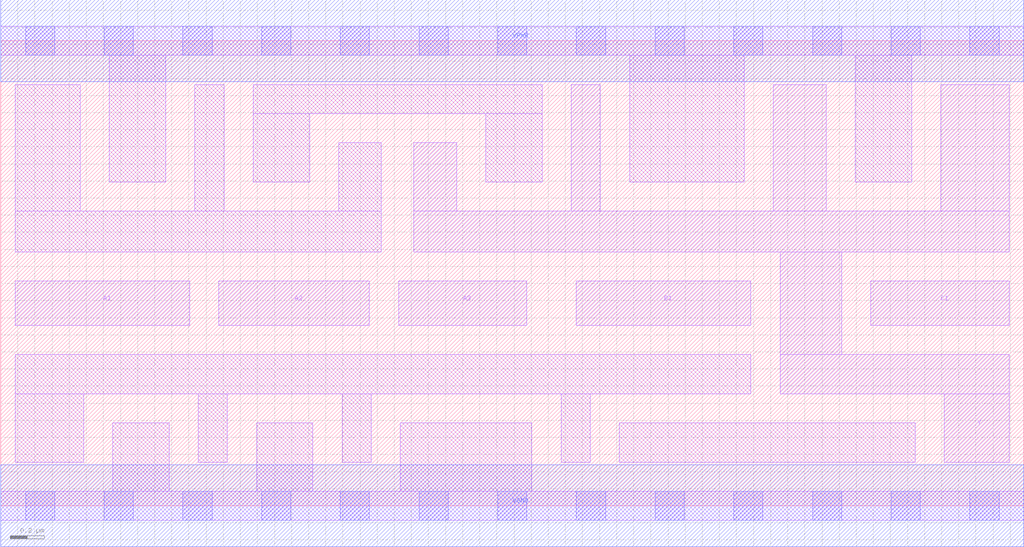
<source format=lef>
# Copyright 2020 The SkyWater PDK Authors
#
# Licensed under the Apache License, Version 2.0 (the "License");
# you may not use this file except in compliance with the License.
# You may obtain a copy of the License at
#
#     https://www.apache.org/licenses/LICENSE-2.0
#
# Unless required by applicable law or agreed to in writing, software
# distributed under the License is distributed on an "AS IS" BASIS,
# WITHOUT WARRANTIES OR CONDITIONS OF ANY KIND, either express or implied.
# See the License for the specific language governing permissions and
# limitations under the License.
#
# SPDX-License-Identifier: Apache-2.0

VERSION 5.7 ;
  NAMESCASESENSITIVE ON ;
  NOWIREEXTENSIONATPIN ON ;
  DIVIDERCHAR "/" ;
  BUSBITCHARS "[]" ;
UNITS
  DATABASE MICRONS 200 ;
END UNITS
MACRO sky130_fd_sc_hd__o311ai_2
  CLASS CORE ;
  SOURCE USER ;
  FOREIGN sky130_fd_sc_hd__o311ai_2 ;
  ORIGIN  0.000000  0.000000 ;
  SIZE  5.980000 BY  2.720000 ;
  SYMMETRY X Y R90 ;
  SITE unithd ;
  PIN A1
    ANTENNAGATEAREA  0.495000 ;
    DIRECTION INPUT ;
    USE SIGNAL ;
    PORT
      LAYER li1 ;
        RECT 0.085000 1.055000 1.105000 1.315000 ;
    END
  END A1
  PIN A2
    ANTENNAGATEAREA  0.495000 ;
    DIRECTION INPUT ;
    USE SIGNAL ;
    PORT
      LAYER li1 ;
        RECT 1.275000 1.055000 2.155000 1.315000 ;
    END
  END A2
  PIN A3
    ANTENNAGATEAREA  0.495000 ;
    DIRECTION INPUT ;
    USE SIGNAL ;
    PORT
      LAYER li1 ;
        RECT 2.325000 1.055000 3.075000 1.315000 ;
    END
  END A3
  PIN B1
    ANTENNAGATEAREA  0.495000 ;
    DIRECTION INPUT ;
    USE SIGNAL ;
    PORT
      LAYER li1 ;
        RECT 3.365000 1.055000 4.385000 1.315000 ;
    END
  END B1
  PIN C1
    ANTENNAGATEAREA  0.495000 ;
    DIRECTION INPUT ;
    USE SIGNAL ;
    PORT
      LAYER li1 ;
        RECT 5.085000 1.055000 5.895000 1.315000 ;
    END
  END C1
  PIN Y
    ANTENNADIFFAREA  1.551000 ;
    DIRECTION OUTPUT ;
    USE SIGNAL ;
    PORT
      LAYER li1 ;
        RECT 2.415000 1.485000 5.895000 1.725000 ;
        RECT 2.415000 1.725000 2.665000 2.125000 ;
        RECT 3.335000 1.725000 3.505000 2.465000 ;
        RECT 4.515000 1.725000 4.825000 2.465000 ;
        RECT 4.555000 0.655000 5.895000 0.885000 ;
        RECT 4.555000 0.885000 4.915000 1.485000 ;
        RECT 5.495000 1.725000 5.895000 2.465000 ;
        RECT 5.515000 0.255000 5.895000 0.655000 ;
    END
  END Y
  PIN VGND
    DIRECTION INOUT ;
    SHAPE ABUTMENT ;
    USE GROUND ;
    PORT
      LAYER met1 ;
        RECT 0.000000 -0.240000 5.980000 0.240000 ;
    END
  END VGND
  PIN VPWR
    DIRECTION INOUT ;
    SHAPE ABUTMENT ;
    USE POWER ;
    PORT
      LAYER met1 ;
        RECT 0.000000 2.480000 5.980000 2.960000 ;
    END
  END VPWR
  OBS
    LAYER li1 ;
      RECT 0.000000 -0.085000 5.980000 0.085000 ;
      RECT 0.000000  2.635000 5.980000 2.805000 ;
      RECT 0.085000  0.255000 0.485000 0.655000 ;
      RECT 0.085000  0.655000 4.385000 0.885000 ;
      RECT 0.085000  1.485000 2.225000 1.725000 ;
      RECT 0.085000  1.725000 0.465000 2.465000 ;
      RECT 0.635000  1.895000 0.965000 2.635000 ;
      RECT 0.655000  0.085000 0.985000 0.485000 ;
      RECT 1.135000  1.725000 1.305000 2.465000 ;
      RECT 1.155000  0.255000 1.325000 0.655000 ;
      RECT 1.475000  1.895000 1.805000 2.295000 ;
      RECT 1.475000  2.295000 3.165000 2.465000 ;
      RECT 1.495000  0.085000 1.825000 0.485000 ;
      RECT 1.975000  1.725000 2.225000 2.125000 ;
      RECT 1.995000  0.255000 2.165000 0.655000 ;
      RECT 2.335000  0.085000 3.105000 0.485000 ;
      RECT 2.835000  1.895000 3.165000 2.295000 ;
      RECT 3.275000  0.255000 3.445000 0.655000 ;
      RECT 3.615000  0.255000 5.345000 0.485000 ;
      RECT 3.675000  1.895000 4.345000 2.635000 ;
      RECT 4.995000  1.895000 5.325000 2.635000 ;
    LAYER mcon ;
      RECT 0.145000 -0.085000 0.315000 0.085000 ;
      RECT 0.145000  2.635000 0.315000 2.805000 ;
      RECT 0.605000 -0.085000 0.775000 0.085000 ;
      RECT 0.605000  2.635000 0.775000 2.805000 ;
      RECT 1.065000 -0.085000 1.235000 0.085000 ;
      RECT 1.065000  2.635000 1.235000 2.805000 ;
      RECT 1.525000 -0.085000 1.695000 0.085000 ;
      RECT 1.525000  2.635000 1.695000 2.805000 ;
      RECT 1.985000 -0.085000 2.155000 0.085000 ;
      RECT 1.985000  2.635000 2.155000 2.805000 ;
      RECT 2.445000 -0.085000 2.615000 0.085000 ;
      RECT 2.445000  2.635000 2.615000 2.805000 ;
      RECT 2.905000 -0.085000 3.075000 0.085000 ;
      RECT 2.905000  2.635000 3.075000 2.805000 ;
      RECT 3.365000 -0.085000 3.535000 0.085000 ;
      RECT 3.365000  2.635000 3.535000 2.805000 ;
      RECT 3.825000 -0.085000 3.995000 0.085000 ;
      RECT 3.825000  2.635000 3.995000 2.805000 ;
      RECT 4.285000 -0.085000 4.455000 0.085000 ;
      RECT 4.285000  2.635000 4.455000 2.805000 ;
      RECT 4.745000 -0.085000 4.915000 0.085000 ;
      RECT 4.745000  2.635000 4.915000 2.805000 ;
      RECT 5.205000 -0.085000 5.375000 0.085000 ;
      RECT 5.205000  2.635000 5.375000 2.805000 ;
      RECT 5.665000 -0.085000 5.835000 0.085000 ;
      RECT 5.665000  2.635000 5.835000 2.805000 ;
  END
END sky130_fd_sc_hd__o311ai_2
END LIBRARY

</source>
